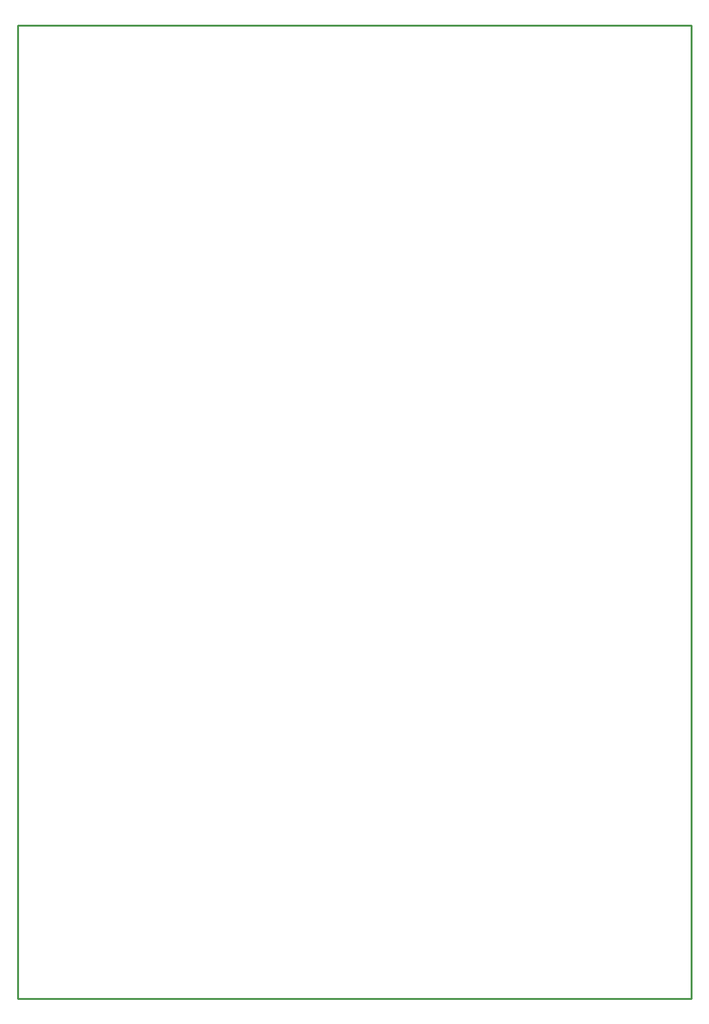
<source format=gko>
G04 Layer_Color=16711935*
%FSAX24Y24*%
%MOIN*%
G70*
G01*
G75*
%ADD12C,0.0100*%
D12*
X015173Y011210D02*
Y062391D01*
X050606D01*
Y011210D02*
Y062391D01*
X015173Y011210D02*
X050606D01*
M02*

</source>
